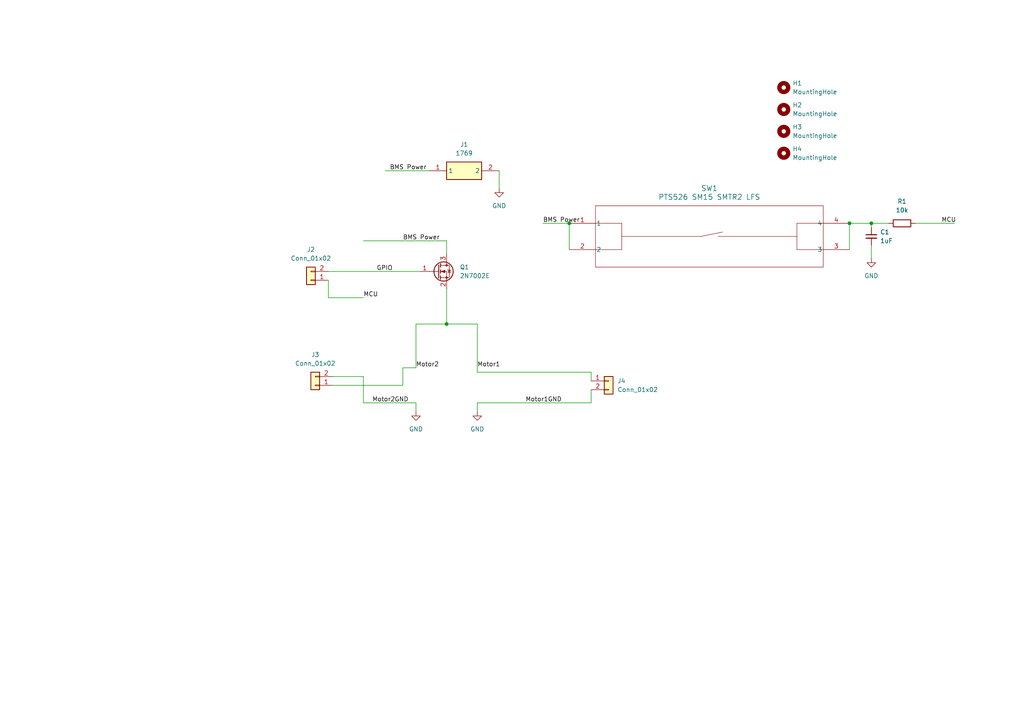
<source format=kicad_sch>
(kicad_sch (version 20231120) (generator "eeschema") (generator_version "8.0")
  (paper "A4")
  (lib_symbols
    (symbol "1769:1769"
      (property "Reference" "J" (at 16.51 7.62 0))
      (property "Value" "1769" (at 16.51 5.08 0))
      (symbol "1769_1_1"
        (rectangle (start 5.08 2.54) (end 15.24 -2.54) (stroke (width 0.254)) (fill (type background)))
        (pin passive line (at 0 0 0) (length 5.08) (name "1") (number "1"))
        (pin passive line (at 20.32 0 180) (length 5.08) (name "2") (number "2"))
      )
    )
    (symbol "Connector_Generic:Conn_01x02" (pin_names (offset 1.016) hide)
      (property "Reference" "J" (at 0 2.54 0))
      (property "Value" "Conn_01x02" (at 0 -5.08 0))
      (symbol "Conn_01x02_1_1"
        (rectangle (start -1.27 -2.413) (end 0 -2.667) (stroke (width 0.1524)))
        (rectangle (start -1.27 0.127) (end 0 -0.127) (stroke (width 0.1524)))
        (rectangle (start -1.27 1.27) (end 1.27 -3.81) (stroke (width 0.254)) (fill (type background)))
        (pin passive line (at -5.08 0 0) (length 3.81) (name "Pin_1") (number "1"))
        (pin passive line (at -5.08 -2.54 0) (length 3.81) (name "Pin_2") (number "2"))
      )
    )
    (symbol "Device:C_Small" (pin_numbers hide) (pin_names (offset 0.254) hide)
      (property "Reference" "C" (at 0.254 1.778 0))
      (property "Value" "C_Small" (at 0.254 -2.032 0))
      (symbol "C_Small_0_1"
        (polyline (pts (xy -1.524 -0.508) (xy 1.524 -0.508)) (stroke (width 0.3302)))
        (polyline (pts (xy -1.524 0.508) (xy 1.524 0.508)) (stroke (width 0.3048)))
      )
      (symbol "C_Small_1_1"
        (pin passive line (at 0 2.54 270) (length 2.032) (name "~") (number "1"))
        (pin passive line (at 0 -2.54 90) (length 2.032) (name "~") (number "2"))
      )
    )
    (symbol "Device:R" (pin_numbers hide) (pin_names (offset 0))
      (property "Reference" "R" (at 2.032 0 90))
      (property "Value" "R" (at 0 0 90))
      (symbol "R_0_1"
        (rectangle (start -1.016 -2.54) (end 1.016 2.54) (stroke (width 0.254)))
      )
      (symbol "R_1_1"
        (pin passive line (at 0 3.81 270) (length 1.27) (name "~") (number "1"))
        (pin passive line (at 0 -3.81 90) (length 1.27) (name "~") (number "2"))
      )
    )
    (symbol "Mechanical:MountingHole" (pin_names (offset 1.016))
      (property "Reference" "H" (at 0 5.08 0))
      (property "Value" "MountingHole" (at 0 3.175 0))
      (symbol "MountingHole_0_1"
        (circle (center 0 0) (radius 1.27) (stroke (width 1.27)))
      )
    )
    (symbol "PTS526 SM15 SMTR2 LFS:PTS526_SM15_SMTR2_LFS" (pin_names (offset 0.254))
      (property "Reference" "SW" (at 40.64 10.16 0))
      (property "Value" "PTS526 SM15 SMTR2 LFS" (at 40.64 7.62 0))
      (symbol "PTS526_SM15_SMTR2_LFS_1_1"
        (polyline (pts (xy 7.62 -12.7) (xy 73.66 -12.7)) (stroke (width 0.127)))
        (polyline (pts (xy 7.62 -7.62) (xy 15.24 -7.62)) (stroke (width 0.127)))
        (polyline (pts (xy 7.62 0) (xy 15.24 0)) (stroke (width 0.127)))
        (polyline (pts (xy 7.62 5.08) (xy 7.62 -12.7)) (stroke (width 0.127)))
        (polyline (pts (xy 15.24 -3.81) (xy 38.1 -3.81)) (stroke (width 0.127)))
        (polyline (pts (xy 15.24 0) (xy 15.24 -7.62)) (stroke (width 0.127)))
        (polyline (pts (xy 38.1 -3.81) (xy 44.45 -2.54)) (stroke (width 0.127)))
        (polyline (pts (xy 66.04 -7.62) (xy 73.66 -7.62)) (stroke (width 0.127)))
        (polyline (pts (xy 66.04 -3.81) (xy 43.18 -3.81)) (stroke (width 0.127)))
        (polyline (pts (xy 66.04 0) (xy 66.04 -7.62)) (stroke (width 0.127)))
        (polyline (pts (xy 73.66 -12.7) (xy 73.66 5.08)) (stroke (width 0.127)))
        (polyline (pts (xy 73.66 0) (xy 66.04 0)) (stroke (width 0.127)))
        (polyline (pts (xy 73.66 5.08) (xy 7.62 5.08)) (stroke (width 0.127)))
        (pin unspecified line (at 0 0 0) (length 7.62) (name "1") (number "1"))
        (pin unspecified line (at 0 -7.62 0) (length 7.62) (name "2") (number "2"))
        (pin unspecified line (at 81.28 -7.62 180) (length 7.62) (name "3") (number "3"))
        (pin unspecified line (at 81.28 0 180) (length 7.62) (name "4") (number "4"))
      )
    )
    (symbol "Transistor_FET:2N7002E" (pin_names hide)
      (property "Reference" "Q" (at 5.08 1.905 0))
      (property "Value" "2N7002E" (at 5.08 0 0))
      (symbol "2N7002E_0_1"
        (polyline (pts (xy 0.254 0) (xy -2.54 0)))
        (polyline (pts (xy 0.254 1.905) (xy 0.254 -1.905)) (stroke (width 0.254)))
        (polyline (pts (xy 0.762 -1.27) (xy 0.762 -2.286)) (stroke (width 0.254)))
        (polyline (pts (xy 0.762 0.508) (xy 0.762 -0.508)) (stroke (width 0.254)))
        (polyline (pts (xy 0.762 2.286) (xy 0.762 1.27)) (stroke (width 0.254)))
        (polyline (pts (xy 2.54 2.54) (xy 2.54 1.778)))
        (polyline (pts (xy 2.54 -2.54) (xy 2.54 0) (xy 0.762 0)))
        (polyline (pts (xy 0.762 -1.778) (xy 3.302 -1.778) (xy 3.302 1.778) (xy 0.762 1.778)))
        (polyline (pts (xy 1.016 0) (xy 2.032 0.381) (xy 2.032 -0.381) (xy 1.016 0)) (fill (type outline)))
        (polyline (pts (xy 2.794 0.508) (xy 2.921 0.381) (xy 3.683 0.381) (xy 3.81 0.254)))
        (polyline (pts (xy 3.302 0.381) (xy 2.921 -0.254) (xy 3.683 -0.254) (xy 3.302 0.381)))
        (circle (center 1.651 0) (radius 2.794) (stroke (width 0.254)))
        (circle (center 2.54 -1.778) (radius 0.254) (fill (type outline)))
        (circle (center 2.54 1.778) (radius 0.254) (fill (type outline)))
      )
      (symbol "2N7002E_1_1"
        (pin input line (at -5.08 0 0) (length 2.54) (name "G") (number "1"))
        (pin passive line (at 2.54 -5.08 90) (length 2.54) (name "S") (number "2"))
        (pin passive line (at 2.54 5.08 270) (length 2.54) (name "D") (number "3"))
      )
    )
    (symbol "power:GND" (power) (pin_names (offset 0))
      (property "Value" "GND" (at 0 -3.81 0))
      (symbol "GND_0_1"
        (polyline (pts (xy 0 0) (xy 0 -1.27) (xy 1.27 -1.27) (xy 0 -2.54) (xy -1.27 -1.27) (xy 0 -1.27)))
      )
      (symbol "GND_1_1"
        (pin power_in line (at 0 0 270) (length 0) hide (name "GND") (number "1"))
      )
    )
  )
  (junction (at 129.54 93.98))
  (junction (at 246.38 64.77))
  (junction (at 165.1 64.77))
  (junction (at 252.73 64.77))
  (wire (pts (xy 157.48 64.77) (xy 165.1 64.77)))
  (wire (pts (xy 105.41 109.22) (xy 105.41 116.84)))
  (wire (pts (xy 138.43 119.38) (xy 138.43 116.84)))
  (wire (pts (xy 138.43 107.95) (xy 171.45 107.95)))
  (wire (pts (xy 129.54 83.82) (xy 129.54 93.98)))
  (wire (pts (xy 129.54 93.98) (xy 120.65 93.98)))
  (wire (pts (xy 105.41 69.85) (xy 129.54 69.85)))
  (wire (pts (xy 105.41 116.84) (xy 120.65 116.84)))
  (wire (pts (xy 116.84 111.76) (xy 116.84 106.68)))
  (wire (pts (xy 138.43 93.98) (xy 138.43 107.95)))
  (wire (pts (xy 265.43 64.77) (xy 276.86 64.77)))
  (wire (pts (xy 171.45 116.84) (xy 171.45 113.03)))
  (wire (pts (xy 95.25 86.36) (xy 105.41 86.36)))
  (wire (pts (xy 252.73 64.77) (xy 252.73 66.04)))
  (wire (pts (xy 246.38 64.77) (xy 246.38 72.39)))
  (wire (pts (xy 116.84 106.68) (xy 120.65 106.68)))
  (wire (pts (xy 120.65 119.38) (xy 120.65 116.84)))
  (wire (pts (xy 96.52 111.76) (xy 116.84 111.76)))
  (wire (pts (xy 246.38 64.77) (xy 252.73 64.77)))
  (wire (pts (xy 129.54 69.85) (xy 129.54 73.66)))
  (wire (pts (xy 120.65 93.98) (xy 120.65 106.68)))
  (wire (pts (xy 138.43 116.84) (xy 171.45 116.84)))
  (wire (pts (xy 252.73 64.77) (xy 257.81 64.77)))
  (wire (pts (xy 129.54 93.98) (xy 138.43 93.98)))
  (wire (pts (xy 95.25 78.74) (xy 121.92 78.74)))
  (wire (pts (xy 111.76 49.53) (xy 124.46 49.53)))
  (wire (pts (xy 96.52 109.22) (xy 105.41 109.22)))
  (wire (pts (xy 95.25 81.28) (xy 95.25 86.36)))
  (wire (pts (xy 252.73 71.12) (xy 252.73 74.93)))
  (wire (pts (xy 171.45 107.95) (xy 171.45 110.49)))
  (wire (pts (xy 165.1 64.77) (xy 165.1 72.39)))
  (wire (pts (xy 144.78 49.53) (xy 144.78 54.61)))
  (label "BMS Power" (at 116.84 69.85 0))
  (label "MCU" (at 273.05 64.77 0))
  (label "GPIO" (at 109.22 78.74 0))
  (label "Motor1" (at 138.43 106.68 0))
  (label "Motor2" (at 120.65 106.68 0))
  (label "MCU" (at 105.41 86.36 0))
  (label "Motor1GND" (at 152.4 116.84 0))
  (label "BMS Power" (at 113.03 49.53 0))
  (label "Motor2GND" (at 107.95 116.84 0))
  (label "BMS Power" (at 157.48 64.77 0))
  (symbol (lib_id "Device:R") (at 261.62 64.77 90) (unit 1)
    (property "Reference" "R1" (at 261.62 58.42 90))
    (property "Value" "10k" (at 261.62 60.96 90))
    (property "Footprint" "Resistor_SMD:R_0805_2012Metric_Pad1.20x1.40mm_HandSolder" (effects (hide yes)))
  )
  (symbol (lib_id "1769:1769") (at 124.46 49.53 0) (unit 1)
    (property "Reference" "J1" (at 134.62 41.91 0))
    (property "Value" "1769" (at 134.62 44.45 0))
    (property "Footprint" "Adafruit Accessories JST-PH 2-pin SMT Right Angle Connect:1769" (effects (hide yes)))
    (property "Datasheet" "https://cdn-shop.adafruit.com/datasheets/17311.pdf" (effects (hide yes)))
    (property "Mouser Part Number" "485-1769" (effects (hide yes)))
    (property "Mouser Price/Stock" "https://www.mouser.co.uk/ProductDetail/Adafruit/1769?qs=GURawfaeGuBbgoGtf2XstA%3D%3D" (effects (hide yes)))
    (property "Manufacturer_Name" "Adafruit" (effects (hide yes)))
    (property "Manufacturer_Part_Number" "1769" (effects (hide yes)))
  )
  (symbol (lib_id "Mechanical:MountingHole") (at 227.33 31.75 0) (unit 1)
    (property "Reference" "H2" (at 229.87 30.48 0) (effects (justify left)))
    (property "Value" "MountingHole" (at 229.87 33.02 0) (effects (justify left)))
    (property "Footprint" "MountingHole:MountingHole_3.2mm_M3" (effects (hide yes)))
  )
  (symbol (lib_id "Transistor_FET:2N7002E") (at 127 78.74 0) (unit 1)
    (property "Reference" "Q1" (at 133.35 77.47 0) (effects (justify left)))
    (property "Value" "2N7002E" (at 133.35 80.01 0) (effects (justify left)))
    (property "Footprint" "Package_TO_SOT_SMD:SOT-23" (effects (hide yes)))
    (property "Datasheet" "http://www.diodes.com/assets/Datasheets/ds30376.pdf" (effects (hide yes)))
  )
  (symbol (lib_id "Connector_Generic:Conn_01x02") (at 90.17 81.28 180) (unit 1)
    (property "Reference" "J2" (at 90.17 72.39 0))
    (property "Value" "Conn_01x02" (at 90.17 74.93 0))
    (property "Footprint" "Connector_Molex:Molex_KK-254_AE-6410-02A_1x02_P2.54mm_Vertical" (effects (hide yes)))
  )
  (symbol (lib_id "PTS526 SM15 SMTR2 LFS:PTS526_SM15_SMTR2_LFS") (at 165.1 64.77 0) (unit 1)
    (property "Reference" "SW1" (at 205.74 54.61 0) (effects (font (size 1.524 1.524))))
    (property "Value" "PTS526 SM15 SMTR2 LFS" (at 205.74 57.15 0) (effects (font (size 1.524 1.524))))
    (property "Footprint" "PTS526 SM15 SMTR2 LFS:SON4_PTS526 SM15 SMTR2 LFS_CNK" (effects (hide yes)))
    (property "Datasheet" "PTS526 SM15 SMTR2 LFS" (effects (hide yes)))
  )
  (symbol (lib_id "power:GND") (at 120.65 119.38 0) (unit 1)
    (property "Reference" "#PWR03" (effects (hide yes)))
    (property "Value" "GND" (at 120.65 124.46 0))
  )
  (symbol (lib_id "power:GND") (at 144.78 54.61 0) (unit 1)
    (property "Reference" "#PWR01" (effects (hide yes)))
    (property "Value" "GND" (at 144.78 59.69 0))
  )
  (symbol (lib_id "Device:C_Small") (at 252.73 68.58 0) (unit 1)
    (property "Reference" "C1" (at 255.27 67.3163 0) (effects (justify left)))
    (property "Value" "1uF" (at 255.27 69.8563 0) (effects (justify left)))
    (property "Footprint" "Capacitor_SMD:C_0805_2012Metric_Pad1.18x1.45mm_HandSolder" (effects (hide yes)))
  )
  (symbol (lib_id "Mechanical:MountingHole") (at 227.33 25.4 0) (unit 1)
    (property "Reference" "H1" (at 229.87 24.13 0) (effects (justify left)))
    (property "Value" "MountingHole" (at 229.87 26.67 0) (effects (justify left)))
    (property "Footprint" "MountingHole:MountingHole_3.2mm_M3" (effects (hide yes)))
  )
  (symbol (lib_id "power:GND") (at 138.43 119.38 0) (unit 1)
    (property "Reference" "#PWR04" (effects (hide yes)))
    (property "Value" "GND" (at 138.43 124.46 0))
  )
  (symbol (lib_id "Mechanical:MountingHole") (at 227.33 38.1 0) (unit 1)
    (property "Reference" "H3" (at 229.87 36.83 0) (effects (justify left)))
    (property "Value" "MountingHole" (at 229.87 39.37 0) (effects (justify left)))
    (property "Footprint" "MountingHole:MountingHole_3.2mm_M3" (effects (hide yes)))
  )
  (symbol (lib_id "power:GND") (at 252.73 74.93 0) (unit 1)
    (property "Reference" "#PWR02" (effects (hide yes)))
    (property "Value" "GND" (at 252.73 80.01 0))
  )
  (symbol (lib_id "Mechanical:MountingHole") (at 227.33 44.45 0) (unit 1)
    (property "Reference" "H4" (at 229.87 43.18 0) (effects (justify left)))
    (property "Value" "MountingHole" (at 229.87 45.72 0) (effects (justify left)))
    (property "Footprint" "MountingHole:MountingHole_3.2mm_M3" (effects (hide yes)))
  )
  (symbol (lib_id "Connector_Generic:Conn_01x02") (at 176.53 110.49 0) (unit 1)
    (property "Reference" "J4" (at 179.07 110.49 0) (effects (justify left)))
    (property "Value" "Conn_01x02" (at 179.07 113.03 0) (effects (justify left)))
    (property "Footprint" "Connector_Molex:Molex_KK-254_AE-6410-02A_1x02_P2.54mm_Vertical" (effects (hide yes)))
  )
  (symbol (lib_id "Connector_Generic:Conn_01x02") (at 91.44 111.76 180) (unit 1)
    (property "Reference" "J3" (at 91.44 102.87 0))
    (property "Value" "Conn_01x02" (at 91.44 105.41 0))
    (property "Footprint" "Connector_Molex:Molex_KK-254_AE-6410-02A_1x02_P2.54mm_Vertical" (effects (hide yes)))
  )
)
</source>
